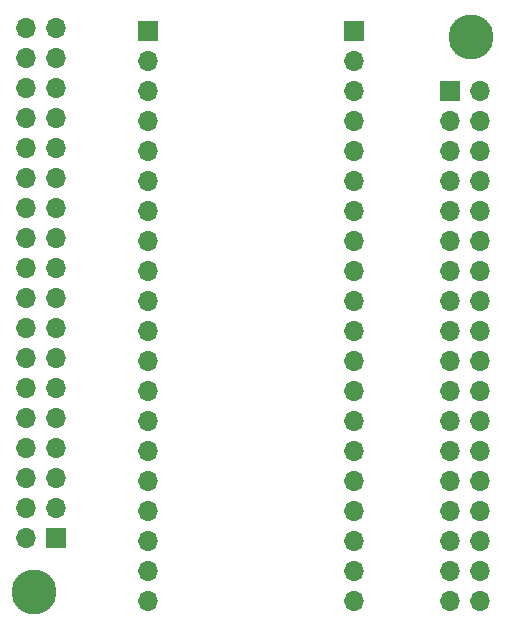
<source format=gbr>
%TF.GenerationSoftware,KiCad,Pcbnew,(6.0.5-0)*%
%TF.CreationDate,2022-06-05T15:38:57+08:00*%
%TF.ProjectId,SCO_D_V0.2,53434f5f-445f-4563-902e-322e6b696361,rev?*%
%TF.SameCoordinates,Original*%
%TF.FileFunction,Soldermask,Bot*%
%TF.FilePolarity,Negative*%
%FSLAX46Y46*%
G04 Gerber Fmt 4.6, Leading zero omitted, Abs format (unit mm)*
G04 Created by KiCad (PCBNEW (6.0.5-0)) date 2022-06-05 15:38:57*
%MOMM*%
%LPD*%
G01*
G04 APERTURE LIST*
%ADD10R,1.700000X1.700000*%
%ADD11O,1.700000X1.700000*%
%ADD12C,3.800000*%
%ADD13C,2.600000*%
G04 APERTURE END LIST*
D10*
%TO.C,J1*%
X212650000Y-38100000D03*
D11*
X212650000Y-40640000D03*
X212650000Y-43180000D03*
X212650000Y-45720000D03*
X212650000Y-48260000D03*
X212650000Y-50800000D03*
X212650000Y-53340000D03*
X212650000Y-55880000D03*
X212650000Y-58420000D03*
X212650000Y-60960000D03*
X212650000Y-63500000D03*
X212650000Y-66040000D03*
X212650000Y-68580000D03*
X212650000Y-71120000D03*
X212650000Y-73660000D03*
X212650000Y-76200000D03*
X212650000Y-78740000D03*
X212650000Y-81280000D03*
X212650000Y-83820000D03*
X212650000Y-86360000D03*
%TD*%
D12*
%TO.C,SCOD1*%
X203059727Y-85526111D03*
X240024027Y-38586811D03*
D13*
X240024027Y-38586811D03*
D10*
X238223427Y-43150511D03*
D13*
X203059727Y-85526111D03*
D10*
X204873427Y-81000511D03*
D11*
X240763427Y-43150511D03*
X202333427Y-81000511D03*
X204873427Y-78460511D03*
X238223427Y-45690511D03*
X240763427Y-45690511D03*
X202333427Y-78460511D03*
X204873427Y-75920511D03*
X238223427Y-48230511D03*
X240763427Y-48230511D03*
X202333427Y-75920511D03*
X204873427Y-73380511D03*
X238223427Y-50770511D03*
X202333427Y-73380511D03*
X240763427Y-50770511D03*
X238223427Y-53310511D03*
X204873427Y-70840511D03*
X240763427Y-53310511D03*
X202333427Y-70840511D03*
X204873427Y-68300511D03*
X238223427Y-55850511D03*
X240763427Y-55850511D03*
X202333427Y-68300511D03*
X204873427Y-65760511D03*
X238223427Y-58390511D03*
X240763427Y-58390511D03*
X202333427Y-65760511D03*
X238223427Y-60930511D03*
X204873427Y-63220511D03*
X240763427Y-60930511D03*
X202333427Y-63220511D03*
X238223427Y-63470511D03*
X204873427Y-60680511D03*
X202333427Y-60680511D03*
X240763427Y-63470511D03*
X204873427Y-58140511D03*
X238223427Y-66010511D03*
X240763427Y-66010511D03*
X202333427Y-58140511D03*
X238223427Y-68550511D03*
X204873427Y-55600511D03*
X240763427Y-68550511D03*
X202333427Y-55600511D03*
X238223427Y-71090511D03*
X204873427Y-53060511D03*
X202333427Y-53060511D03*
X240763427Y-71090511D03*
X238223427Y-73630511D03*
X204873427Y-50520511D03*
X202333427Y-50520511D03*
X240763427Y-73630511D03*
X204873427Y-47980511D03*
X238223427Y-76170511D03*
X202333427Y-47980511D03*
X240763427Y-76170511D03*
X238223427Y-78710511D03*
X204873427Y-45440511D03*
X240763427Y-78710511D03*
X202333427Y-45440511D03*
X204873427Y-42900511D03*
X238223427Y-81250511D03*
X240763427Y-81250511D03*
X202333427Y-42900511D03*
X238223427Y-83790511D03*
X204873427Y-40360511D03*
X240763427Y-83790511D03*
X202333427Y-40360511D03*
X238223427Y-86330511D03*
X204873427Y-37820511D03*
X240763427Y-86330511D03*
X202333427Y-37820511D03*
%TD*%
D10*
%TO.C,J2*%
X230150000Y-38100000D03*
D11*
X230150000Y-40640000D03*
X230150000Y-43180000D03*
X230150000Y-45720000D03*
X230150000Y-48260000D03*
X230150000Y-50800000D03*
X230150000Y-53340000D03*
X230150000Y-55880000D03*
X230150000Y-58420000D03*
X230150000Y-60960000D03*
X230150000Y-63500000D03*
X230150000Y-66040000D03*
X230150000Y-68580000D03*
X230150000Y-71120000D03*
X230150000Y-73660000D03*
X230150000Y-76200000D03*
X230150000Y-78740000D03*
X230150000Y-81280000D03*
X230150000Y-83820000D03*
X230150000Y-86360000D03*
%TD*%
M02*

</source>
